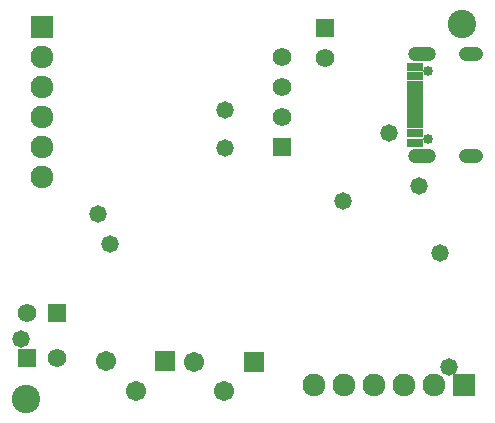
<source format=gbs>
G04*
G04 #@! TF.GenerationSoftware,Altium Limited,Altium Designer,24.1.2 (44)*
G04*
G04 Layer_Color=16711935*
%FSLAX25Y25*%
%MOIN*%
G70*
G04*
G04 #@! TF.SameCoordinates,C2AC8D72-DAC2-4925-AC6E-3273F7DC1B7E*
G04*
G04*
G04 #@! TF.FilePolarity,Negative*
G04*
G01*
G75*
%ADD28C,0.09461*%
%ADD29R,0.06737X0.06737*%
%ADD30C,0.06737*%
%ADD31C,0.06194*%
%ADD32R,0.06194X0.06194*%
%ADD33R,0.06194X0.06194*%
%ADD34R,0.07591X0.07591*%
%ADD35C,0.07591*%
%ADD36R,0.07591X0.07591*%
%ADD37C,0.03359*%
%ADD38O,0.08083X0.04934*%
%ADD39O,0.09265X0.04934*%
%ADD40C,0.05800*%
%ADD68R,0.05328X0.03162*%
%ADD69R,0.05328X0.01981*%
D28*
X132500Y128500D02*
D03*
X278000Y253500D02*
D03*
D29*
X208342Y140843D02*
D03*
X179000Y141000D02*
D03*
D30*
X198500Y131000D02*
D03*
X188657Y140843D02*
D03*
X169157Y131157D02*
D03*
X159315Y141000D02*
D03*
D31*
X133000Y157000D02*
D03*
X143000Y142000D02*
D03*
X218000Y222500D02*
D03*
Y232500D02*
D03*
Y242500D02*
D03*
X232139Y242000D02*
D03*
D32*
X143000Y157000D02*
D03*
X133000Y142000D02*
D03*
X218000Y212500D02*
D03*
D33*
X232139Y252000D02*
D03*
D34*
X138000Y252500D02*
D03*
D35*
Y242500D02*
D03*
Y232500D02*
D03*
Y222500D02*
D03*
Y212500D02*
D03*
Y202500D02*
D03*
X268500Y133000D02*
D03*
X258500D02*
D03*
X248500D02*
D03*
X238500D02*
D03*
X228500D02*
D03*
D36*
X278500D02*
D03*
D37*
X266512Y237878D02*
D03*
Y215122D02*
D03*
D38*
X281000Y209492D02*
D03*
Y243508D02*
D03*
D39*
X264543Y209492D02*
D03*
Y243508D02*
D03*
D40*
X270500Y177000D02*
D03*
X131000Y148400D02*
D03*
X198700Y212000D02*
D03*
X160635Y180035D02*
D03*
X238300Y194400D02*
D03*
X253400Y217100D02*
D03*
X263500Y199300D02*
D03*
X273500Y138920D02*
D03*
X156400Y189909D02*
D03*
X199000Y224600D02*
D03*
D68*
X262319Y213902D02*
D03*
Y217051D02*
D03*
Y235949D02*
D03*
Y239098D02*
D03*
D69*
Y219610D02*
D03*
Y221579D02*
D03*
Y223547D02*
D03*
Y225516D02*
D03*
Y227484D02*
D03*
Y229453D02*
D03*
Y231421D02*
D03*
Y233390D02*
D03*
M02*

</source>
